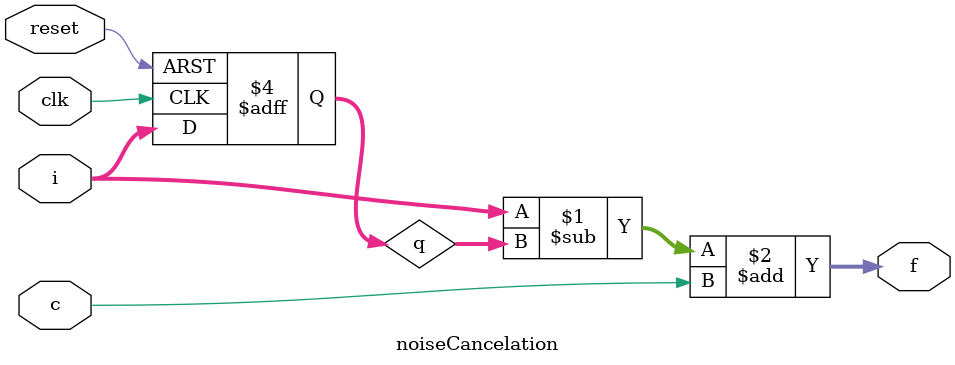
<source format=v>
module DelayedAdder #(
    parameter N = 8
) (
    input clk,
    input reset,
    input [N-1:0] a,
    output [N-1:0] sum,
    output c
);
  reg [N-1:0] q;

  assign {c, sum} = a + q;

  always @(posedge clk or posedge reset) begin
    if (reset) begin
      q <= 0;
    end else begin
      q <= sum;
    end
  end
endmodule

module noiseCancelation #(
    parameter N = 2
) (
    input clk,
    input reset,
    input [N-1:0] i,
    input c,
    output [N:0] f
);
  reg [N-1:0] q;

  assign f = i - q + c;

  always @(posedge clk or posedge reset) begin
    if (reset) begin
      q <= 0;
    end else begin
      q <= i;
    end
  end
endmodule

</source>
